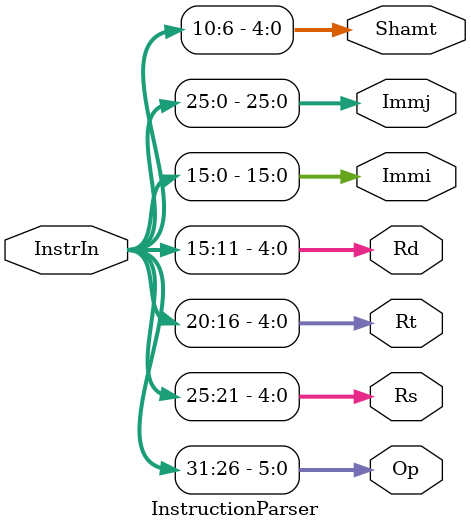
<source format=v>
module InstructionParser(
	input [31:0] InstrIn,
	output [5:0] Op,
	output [4:0] Rs,
	output [4:0] Rt,
	output [4:0] Rd,
	output [15:0] Immi,
	output [25:0] Immj,
	output [4:0] Shamt
);

assign Op = InstrIn[31:26];
assign Rs = InstrIn[25:21];
assign Rt = InstrIn[20:16];
assign Rd = InstrIn[15:11];
assign Immi = InstrIn[15:0];
assign Immj = InstrIn[25:0];
assign Shamt = InstrIn[10:6];



endmodule

</source>
